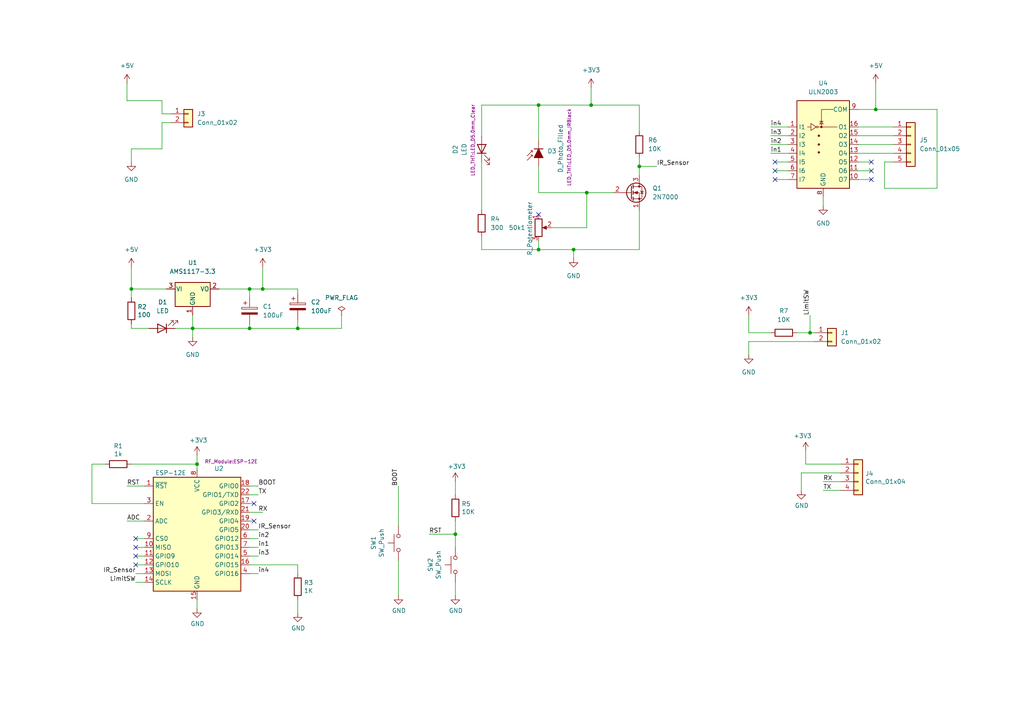
<source format=kicad_sch>
(kicad_sch (version 20210621) (generator eeschema)
  (paper "A4")
  (lib_symbols
    (symbol "Connector_Generic:Conn_01x02" (pin_names (offset 1.016) hide)
      (property "Reference" "J" (at 0 2.54 0))
      (property "Value" "Conn_01x02" (at 0 -5.08 0))
      (symbol "Conn_01x02_1_1"
        (rectangle (start -1.27 -2.413) (end 0 -2.667) (stroke (width 0.1524)))
        (rectangle (start -1.27 0.127) (end 0 -0.127) (stroke (width 0.1524)))
        (rectangle (start -1.27 1.27) (end 1.27 -3.81) (stroke (width 0.254)) (fill (type background)))
        (pin passive line (at -5.08 0 0) (length 3.81) (name "Pin_1") (number "1"))
        (pin passive line (at -5.08 -2.54 0) (length 3.81) (name "Pin_2") (number "2"))
      )
    )
    (symbol "Connector_Generic:Conn_01x04" (pin_names (offset 1.016) hide)
      (property "Reference" "J" (at 0 5.08 0))
      (property "Value" "Conn_01x04" (at 0 -7.62 0))
      (symbol "Conn_01x04_1_1"
        (rectangle (start -1.27 -4.953) (end 0 -5.207) (stroke (width 0.1524)))
        (rectangle (start -1.27 -2.413) (end 0 -2.667) (stroke (width 0.1524)))
        (rectangle (start -1.27 0.127) (end 0 -0.127) (stroke (width 0.1524)))
        (rectangle (start -1.27 2.667) (end 0 2.413) (stroke (width 0.1524)))
        (rectangle (start -1.27 3.81) (end 1.27 -6.35) (stroke (width 0.254)) (fill (type background)))
        (pin passive line (at -5.08 2.54 0) (length 3.81) (name "Pin_1") (number "1"))
        (pin passive line (at -5.08 0 0) (length 3.81) (name "Pin_2") (number "2"))
        (pin passive line (at -5.08 -2.54 0) (length 3.81) (name "Pin_3") (number "3"))
        (pin passive line (at -5.08 -5.08 0) (length 3.81) (name "Pin_4") (number "4"))
      )
    )
    (symbol "Connector_Generic:Conn_01x05" (pin_names (offset 1.016) hide)
      (property "Reference" "J" (at 0 7.62 0))
      (property "Value" "Conn_01x05" (at 0 -7.62 0))
      (symbol "Conn_01x05_1_1"
        (rectangle (start -1.27 -4.953) (end 0 -5.207) (stroke (width 0.1524)))
        (rectangle (start -1.27 -2.413) (end 0 -2.667) (stroke (width 0.1524)))
        (rectangle (start -1.27 0.127) (end 0 -0.127) (stroke (width 0.1524)))
        (rectangle (start -1.27 2.667) (end 0 2.413) (stroke (width 0.1524)))
        (rectangle (start -1.27 5.207) (end 0 4.953) (stroke (width 0.1524)))
        (rectangle (start -1.27 6.35) (end 1.27 -6.35) (stroke (width 0.254)) (fill (type background)))
        (pin passive line (at -5.08 5.08 0) (length 3.81) (name "Pin_1") (number "1"))
        (pin passive line (at -5.08 2.54 0) (length 3.81) (name "Pin_2") (number "2"))
        (pin passive line (at -5.08 0 0) (length 3.81) (name "Pin_3") (number "3"))
        (pin passive line (at -5.08 -2.54 0) (length 3.81) (name "Pin_4") (number "4"))
        (pin passive line (at -5.08 -5.08 0) (length 3.81) (name "Pin_5") (number "5"))
      )
    )
    (symbol "Device:C_Polarized" (pin_numbers hide) (pin_names (offset 0.254))
      (property "Reference" "C" (at 0.635 2.54 0))
      (property "Value" "C_Polarized" (at 0.635 -2.54 0))
      (symbol "C_Polarized_0_1"
        (rectangle (start -2.286 0.508) (end 2.286 1.016))
        (rectangle (start 2.286 -0.508) (end -2.286 -1.016) (fill (type outline)))
        (polyline (pts (xy -1.778 2.286) (xy -0.762 2.286)))
        (polyline (pts (xy -1.27 2.794) (xy -1.27 1.778)))
      )
      (symbol "C_Polarized_1_1"
        (pin passive line (at 0 3.81 270) (length 2.794) (name "~") (number "1"))
        (pin passive line (at 0 -3.81 90) (length 2.794) (name "~") (number "2"))
      )
    )
    (symbol "Device:D_Photo_Filled" (pin_numbers hide) (pin_names hide)
      (property "Reference" "D" (at 0.508 1.778 0))
      (property "Value" "D_Photo_Filled" (at -1.016 -2.794 0))
      (symbol "D_Photo_Filled_0_1"
        (polyline (pts (xy -2.54 1.27) (xy -2.54 -1.27)) (stroke (width 0.254)))
        (polyline (pts (xy -2.032 1.778) (xy -1.524 1.778)))
        (polyline (pts (xy 0 0) (xy -2.54 0)))
        (polyline (pts (xy -0.508 3.302) (xy -2.032 1.778) (xy -2.032 2.286)))
        (polyline (pts (xy 0.762 3.302) (xy -0.762 1.778) (xy -0.762 2.286) (xy -0.762 1.778) (xy -0.254 1.778)))
        (polyline (pts (xy 0 -1.27) (xy 0 1.27) (xy -2.54 0) (xy 0 -1.27)) (stroke (width 0.254)) (fill (type outline)))
      )
      (symbol "D_Photo_Filled_1_1"
        (pin passive line (at -5.08 0 0) (length 2.54) (name "K") (number "1"))
        (pin passive line (at 2.54 0 180) (length 2.54) (name "A") (number "2"))
      )
    )
    (symbol "Device:LED" (pin_numbers hide) (pin_names (offset 1.016) hide)
      (property "Reference" "D" (at 0 2.54 0))
      (property "Value" "LED" (at 0 -2.54 0))
      (symbol "LED_0_1"
        (polyline (pts (xy -1.27 -1.27) (xy -1.27 1.27)) (stroke (width 0.254)))
        (polyline (pts (xy -1.27 0) (xy 1.27 0)))
        (polyline (pts (xy 1.27 -1.27) (xy 1.27 1.27) (xy -1.27 0) (xy 1.27 -1.27)) (stroke (width 0.254)))
        (polyline (pts (xy -3.048 -0.762) (xy -4.572 -2.286) (xy -3.81 -2.286) (xy -4.572 -2.286) (xy -4.572 -1.524)))
        (polyline (pts (xy -1.778 -0.762) (xy -3.302 -2.286) (xy -2.54 -2.286) (xy -3.302 -2.286) (xy -3.302 -1.524)))
      )
      (symbol "LED_1_1"
        (pin passive line (at -3.81 0 0) (length 2.54) (name "K") (number "1"))
        (pin passive line (at 3.81 0 180) (length 2.54) (name "A") (number "2"))
      )
    )
    (symbol "Device:R" (pin_numbers hide) (pin_names (offset 0))
      (property "Reference" "R" (at 2.032 0 90))
      (property "Value" "R" (at 0 0 90))
      (symbol "R_0_1"
        (rectangle (start -1.016 -2.54) (end 1.016 2.54) (stroke (width 0.254)))
      )
      (symbol "R_1_1"
        (pin passive line (at 0 3.81 270) (length 1.27) (name "~") (number "1"))
        (pin passive line (at 0 -3.81 90) (length 1.27) (name "~") (number "2"))
      )
    )
    (symbol "Device:R_Potentiometer" (pin_names (offset 1.016) hide)
      (property "Reference" "RV" (at -4.445 0 90))
      (property "Value" "R_Potentiometer" (at -2.54 0 90))
      (symbol "R_Potentiometer_0_1"
        (rectangle (start 1.016 2.54) (end -1.016 -2.54) (stroke (width 0.254)))
        (polyline (pts (xy 2.54 0) (xy 1.524 0)))
        (polyline (pts (xy 1.143 0) (xy 2.286 0.508) (xy 2.286 -0.508) (xy 1.143 0)) (fill (type outline)))
      )
      (symbol "R_Potentiometer_1_1"
        (pin passive line (at 0 3.81 270) (length 1.27) (name "1") (number "1"))
        (pin passive line (at 3.81 0 180) (length 1.27) (name "2") (number "2"))
        (pin passive line (at 0 -3.81 90) (length 1.27) (name "3") (number "3"))
      )
    )
    (symbol "RF_Module:ESP-12E"
      (property "Reference" "U" (at -12.7 19.05 0))
      (property "Value" "ESP-12E" (at 12.7 19.05 0))
      (symbol "ESP-12E_0_1"
        (rectangle (start -12.7 17.78) (end 12.7 -15.24) (stroke (width 0.254)) (fill (type background)))
      )
      (symbol "ESP-12E_1_1"
        (pin input line (at -15.24 15.24 0) (length 2.54) (name "~{RST}") (number "1"))
        (pin bidirectional line (at -15.24 -2.54 0) (length 2.54) (name "MISO") (number "10"))
        (pin bidirectional line (at -15.24 -5.08 0) (length 2.54) (name "GPIO9") (number "11"))
        (pin bidirectional line (at -15.24 -7.62 0) (length 2.54) (name "GPIO10") (number "12"))
        (pin bidirectional line (at -15.24 -10.16 0) (length 2.54) (name "MOSI") (number "13"))
        (pin bidirectional line (at -15.24 -12.7 0) (length 2.54) (name "SCLK") (number "14"))
        (pin power_in line (at 0 -17.78 90) (length 2.54) (name "GND") (number "15"))
        (pin bidirectional line (at 15.24 -7.62 180) (length 2.54) (name "GPIO15") (number "16"))
        (pin bidirectional line (at 15.24 10.16 180) (length 2.54) (name "GPIO2") (number "17"))
        (pin bidirectional line (at 15.24 15.24 180) (length 2.54) (name "GPIO0") (number "18"))
        (pin bidirectional line (at 15.24 5.08 180) (length 2.54) (name "GPIO4") (number "19"))
        (pin input line (at -15.24 5.08 0) (length 2.54) (name "ADC") (number "2"))
        (pin bidirectional line (at 15.24 2.54 180) (length 2.54) (name "GPIO5") (number "20"))
        (pin bidirectional line (at 15.24 7.62 180) (length 2.54) (name "GPIO3/RXD") (number "21"))
        (pin bidirectional line (at 15.24 12.7 180) (length 2.54) (name "GPIO1/TXD") (number "22"))
        (pin input line (at -15.24 10.16 0) (length 2.54) (name "EN") (number "3"))
        (pin bidirectional line (at 15.24 -10.16 180) (length 2.54) (name "GPIO16") (number "4"))
        (pin bidirectional line (at 15.24 -5.08 180) (length 2.54) (name "GPIO14") (number "5"))
        (pin bidirectional line (at 15.24 0 180) (length 2.54) (name "GPIO12") (number "6"))
        (pin bidirectional line (at 15.24 -2.54 180) (length 2.54) (name "GPIO13") (number "7"))
        (pin power_in line (at 0 20.32 270) (length 2.54) (name "VCC") (number "8"))
        (pin input line (at -15.24 0 0) (length 2.54) (name "CS0") (number "9"))
      )
    )
    (symbol "Regulator_Linear:AMS1117-3.3" (pin_names (offset 0.254))
      (property "Reference" "U" (at -3.81 3.175 0))
      (property "Value" "AMS1117-3.3" (at 0 3.175 0))
      (symbol "AMS1117-3.3_0_1"
        (rectangle (start -5.08 -5.08) (end 5.08 1.905) (stroke (width 0.254)) (fill (type background)))
      )
      (symbol "AMS1117-3.3_1_1"
        (pin power_in line (at 0 -7.62 90) (length 2.54) (name "GND") (number "1"))
        (pin power_out line (at 7.62 0 180) (length 2.54) (name "VO") (number "2"))
        (pin power_in line (at -7.62 0 0) (length 2.54) (name "VI") (number "3"))
      )
    )
    (symbol "Switch:SW_Push" (pin_numbers hide) (pin_names (offset 1.016) hide)
      (property "Reference" "SW" (at 1.27 2.54 0))
      (property "Value" "SW_Push" (at 0 -1.524 0))
      (symbol "SW_Push_0_1"
        (circle (center -2.032 0) (radius 0.508))
        (circle (center 2.032 0) (radius 0.508))
        (polyline (pts (xy 0 1.27) (xy 0 3.048)))
        (polyline (pts (xy 2.54 1.27) (xy -2.54 1.27)))
        (pin passive line (at -5.08 0 0) (length 2.54) (name "1") (number "1"))
        (pin passive line (at 5.08 0 180) (length 2.54) (name "2") (number "2"))
      )
    )
    (symbol "Transistor_Array:ULN2003"
      (property "Reference" "U" (at 0 15.875 0))
      (property "Value" "ULN2003" (at 0 13.97 0))
      (symbol "ULN2003_0_1"
        (circle (center -1.778 5.08) (radius 0.254))
        (circle (center -1.27 -2.286) (radius 0.254) (fill (type outline)))
        (circle (center -1.27 0) (radius 0.254) (fill (type outline)))
        (circle (center -1.27 2.54) (radius 0.254) (fill (type outline)))
        (circle (center -0.508 5.08) (radius 0.254) (fill (type outline)))
        (rectangle (start -7.62 -12.7) (end 7.62 12.7) (stroke (width 0.254)) (fill (type background)))
        (polyline (pts (xy -4.572 5.08) (xy -3.556 5.08)))
        (polyline (pts (xy -1.524 5.08) (xy 4.064 5.08)))
        (polyline (pts (xy 0 6.731) (xy -1.016 6.731)))
        (polyline (pts (xy -0.508 5.08) (xy -0.508 10.16) (xy 2.921 10.16)))
        (polyline (pts (xy -3.556 6.096) (xy -3.556 4.064) (xy -2.032 5.08) (xy -3.556 6.096)))
        (polyline (pts (xy 0 5.969) (xy -1.016 5.969) (xy -0.508 6.731) (xy 0 5.969)))
      )
      (symbol "ULN2003_1_1"
        (pin input line (at -10.16 5.08 0) (length 2.54) (name "I1") (number "1"))
        (pin open_collector line (at 10.16 -10.16 180) (length 2.54) (name "O7") (number "10"))
        (pin open_collector line (at 10.16 -7.62 180) (length 2.54) (name "O6") (number "11"))
        (pin open_collector line (at 10.16 -5.08 180) (length 2.54) (name "O5") (number "12"))
        (pin open_collector line (at 10.16 -2.54 180) (length 2.54) (name "O4") (number "13"))
        (pin open_collector line (at 10.16 0 180) (length 2.54) (name "O3") (number "14"))
        (pin open_collector line (at 10.16 2.54 180) (length 2.54) (name "O2") (number "15"))
        (pin open_collector line (at 10.16 5.08 180) (length 2.54) (name "O1") (number "16"))
        (pin input line (at -10.16 2.54 0) (length 2.54) (name "I2") (number "2"))
        (pin input line (at -10.16 0 0) (length 2.54) (name "I3") (number "3"))
        (pin input line (at -10.16 -2.54 0) (length 2.54) (name "I4") (number "4"))
        (pin input line (at -10.16 -5.08 0) (length 2.54) (name "I5") (number "5"))
        (pin input line (at -10.16 -7.62 0) (length 2.54) (name "I6") (number "6"))
        (pin input line (at -10.16 -10.16 0) (length 2.54) (name "I7") (number "7"))
        (pin power_in line (at 0 -15.24 90) (length 2.54) (name "GND") (number "8"))
        (pin passive line (at 10.16 10.16 180) (length 2.54) (name "COM") (number "9"))
      )
    )
    (symbol "Transistor_FET:2N7000" (pin_names hide)
      (property "Reference" "Q" (at 5.08 1.905 0))
      (property "Value" "2N7000" (at 5.08 0 0))
      (symbol "2N7000_0_1"
        (circle (center 1.651 0) (radius 2.794) (stroke (width 0.254)))
        (circle (center 2.54 -1.778) (radius 0.254) (fill (type outline)))
        (circle (center 2.54 1.778) (radius 0.254) (fill (type outline)))
        (polyline (pts (xy 0.254 0) (xy -2.54 0)))
        (polyline (pts (xy 0.254 1.905) (xy 0.254 -1.905)) (stroke (width 0.254)))
        (polyline (pts (xy 0.762 -1.27) (xy 0.762 -2.286)) (stroke (width 0.254)))
        (polyline (pts (xy 0.762 0.508) (xy 0.762 -0.508)) (stroke (width 0.254)))
        (polyline (pts (xy 0.762 2.286) (xy 0.762 1.27)) (stroke (width 0.254)))
        (polyline (pts (xy 2.54 2.54) (xy 2.54 1.778)))
        (polyline (pts (xy 2.54 -2.54) (xy 2.54 0) (xy 0.762 0)))
        (polyline (pts (xy 0.762 -1.778) (xy 3.302 -1.778) (xy 3.302 1.778) (xy 0.762 1.778)))
        (polyline (pts (xy 2.794 0.508) (xy 2.921 0.381) (xy 3.683 0.381) (xy 3.81 0.254)))
        (polyline (pts (xy 3.302 0.381) (xy 2.921 -0.254) (xy 3.683 -0.254) (xy 3.302 0.381)))
        (polyline (pts (xy 1.016 0) (xy 2.032 0.381) (xy 2.032 -0.381) (xy 1.016 0)) (fill (type outline)))
      )
      (symbol "2N7000_1_1"
        (pin passive line (at 2.54 -5.08 90) (length 2.54) (name "S") (number "1"))
        (pin input line (at -5.08 0 0) (length 2.54) (name "G") (number "2"))
        (pin passive line (at 2.54 5.08 270) (length 2.54) (name "D") (number "3"))
      )
    )
    (symbol "power:+3.3V" (power) (pin_names (offset 0))
      (property "Value" "+3.3V" (at 0 3.556 0))
      (symbol "+3.3V_0_1"
        (polyline (pts (xy -0.762 1.27) (xy 0 2.54)))
        (polyline (pts (xy 0 0) (xy 0 2.54)))
        (polyline (pts (xy 0 2.54) (xy 0.762 1.27)))
      )
      (symbol "+3.3V_1_1"
        (pin power_in line (at 0 0 90) (length 0) hide (name "+3V3") (number "1"))
      )
    )
    (symbol "power:+5V" (power) (pin_names (offset 0))
      (property "Value" "+5V" (at 0 3.556 0))
      (symbol "+5V_0_1"
        (polyline (pts (xy -0.762 1.27) (xy 0 2.54)))
        (polyline (pts (xy 0 0) (xy 0 2.54)))
        (polyline (pts (xy 0 2.54) (xy 0.762 1.27)))
      )
      (symbol "+5V_1_1"
        (pin power_in line (at 0 0 90) (length 0) hide (name "+5V") (number "1"))
      )
    )
    (symbol "power:GND" (power) (pin_names (offset 0))
      (property "Value" "GND" (at 0 -3.81 0))
      (symbol "GND_0_1"
        (polyline (pts (xy 0 0) (xy 0 -1.27) (xy 1.27 -1.27) (xy 0 -2.54) (xy -1.27 -1.27) (xy 0 -1.27)))
      )
      (symbol "GND_1_1"
        (pin power_in line (at 0 0 270) (length 0) hide (name "GND") (number "1"))
      )
    )
    (symbol "power:PWR_FLAG" (power) (pin_numbers hide) (pin_names (offset 0) hide)
      (property "Value" "PWR_FLAG" (at 0 3.81 0))
      (symbol "PWR_FLAG_0_0"
        (pin power_out line (at 0 0 90) (length 0) (name "pwr") (number "1"))
      )
      (symbol "PWR_FLAG_0_1"
        (polyline (pts (xy 0 0) (xy 0 1.27) (xy -1.016 1.905) (xy 0 2.54) (xy 1.016 1.905) (xy 0 1.27)))
      )
    )
  )
  (junction (at 38.1 83.82))
  (junction (at 55.88 95.25))
  (junction (at 57.15 134.62))
  (junction (at 72.39 83.82))
  (junction (at 72.39 95.25))
  (junction (at 76.2 83.82))
  (junction (at 86.36 95.25))
  (junction (at 132.08 154.94))
  (junction (at 156.21 30.48))
  (junction (at 156.21 72.39))
  (junction (at 166.37 72.39))
  (junction (at 170.18 55.88))
  (junction (at 171.45 30.48))
  (junction (at 185.42 48.26))
  (junction (at 234.95 96.52))
  (junction (at 254 31.75))
  (no_connect (at 39.37 156.21))
  (no_connect (at 39.37 158.75))
  (no_connect (at 39.37 161.29))
  (no_connect (at 39.37 163.83))
  (no_connect (at 73.66 146.05))
  (no_connect (at 73.66 151.13))
  (no_connect (at 156.21 62.23))
  (no_connect (at 224.79 46.99))
  (no_connect (at 224.79 49.53))
  (no_connect (at 224.79 52.07))
  (no_connect (at 252.73 46.99))
  (no_connect (at 252.73 49.53))
  (no_connect (at 252.73 52.07))
  (wire (pts (xy 26.67 134.62) (xy 26.67 146.05)))
  (wire (pts (xy 26.67 146.05) (xy 41.91 146.05)))
  (wire (pts (xy 30.48 134.62) (xy 26.67 134.62)))
  (wire (pts (xy 36.83 24.13) (xy 36.83 29.21)))
  (wire (pts (xy 36.83 140.97) (xy 41.91 140.97)))
  (wire (pts (xy 36.83 151.13) (xy 41.91 151.13)))
  (wire (pts (xy 38.1 43.18) (xy 38.1 46.99)))
  (wire (pts (xy 38.1 43.18) (xy 46.99 43.18)))
  (wire (pts (xy 38.1 77.47) (xy 38.1 83.82)))
  (wire (pts (xy 38.1 83.82) (xy 38.1 86.36)))
  (wire (pts (xy 38.1 83.82) (xy 48.26 83.82)))
  (wire (pts (xy 38.1 93.98) (xy 38.1 95.25)))
  (wire (pts (xy 38.1 95.25) (xy 43.18 95.25)))
  (wire (pts (xy 38.1 134.62) (xy 57.15 134.62)))
  (wire (pts (xy 39.37 156.21) (xy 41.91 156.21)))
  (wire (pts (xy 39.37 158.75) (xy 41.91 158.75)))
  (wire (pts (xy 39.37 161.29) (xy 41.91 161.29)))
  (wire (pts (xy 39.37 163.83) (xy 41.91 163.83)))
  (wire (pts (xy 39.37 166.37) (xy 41.91 166.37)))
  (wire (pts (xy 39.37 168.91) (xy 41.91 168.91)))
  (wire (pts (xy 46.99 29.21) (xy 36.83 29.21)))
  (wire (pts (xy 46.99 33.02) (xy 46.99 29.21)))
  (wire (pts (xy 46.99 35.56) (xy 49.53 35.56)))
  (wire (pts (xy 46.99 43.18) (xy 46.99 35.56)))
  (wire (pts (xy 49.53 33.02) (xy 46.99 33.02)))
  (wire (pts (xy 50.8 95.25) (xy 55.88 95.25)))
  (wire (pts (xy 55.88 91.44) (xy 55.88 95.25)))
  (wire (pts (xy 55.88 95.25) (xy 55.88 97.79)))
  (wire (pts (xy 55.88 95.25) (xy 72.39 95.25)))
  (wire (pts (xy 57.15 132.08) (xy 57.15 134.62)))
  (wire (pts (xy 57.15 134.62) (xy 57.15 135.89)))
  (wire (pts (xy 57.15 173.99) (xy 57.15 176.53)))
  (wire (pts (xy 63.5 83.82) (xy 72.39 83.82)))
  (wire (pts (xy 72.39 83.82) (xy 72.39 86.36)))
  (wire (pts (xy 72.39 83.82) (xy 76.2 83.82)))
  (wire (pts (xy 72.39 95.25) (xy 72.39 93.98)))
  (wire (pts (xy 72.39 95.25) (xy 86.36 95.25)))
  (wire (pts (xy 72.39 148.59) (xy 76.2 148.59)))
  (wire (pts (xy 72.39 151.13) (xy 73.66 151.13)))
  (wire (pts (xy 73.66 146.05) (xy 72.39 146.05)))
  (wire (pts (xy 74.93 140.97) (xy 72.39 140.97)))
  (wire (pts (xy 74.93 143.51) (xy 72.39 143.51)))
  (wire (pts (xy 74.93 153.67) (xy 72.39 153.67)))
  (wire (pts (xy 74.93 156.21) (xy 72.39 156.21)))
  (wire (pts (xy 74.93 158.75) (xy 72.39 158.75)))
  (wire (pts (xy 74.93 161.29) (xy 72.39 161.29)))
  (wire (pts (xy 74.93 166.37) (xy 72.39 166.37)))
  (wire (pts (xy 76.2 83.82) (xy 76.2 77.47)))
  (wire (pts (xy 76.2 83.82) (xy 86.36 83.82)))
  (wire (pts (xy 86.36 85.09) (xy 86.36 83.82)))
  (wire (pts (xy 86.36 92.71) (xy 86.36 95.25)))
  (wire (pts (xy 86.36 95.25) (xy 99.06 95.25)))
  (wire (pts (xy 86.36 163.83) (xy 72.39 163.83)))
  (wire (pts (xy 86.36 166.37) (xy 86.36 163.83)))
  (wire (pts (xy 86.36 173.99) (xy 86.36 177.8)))
  (wire (pts (xy 99.06 91.44) (xy 99.06 95.25)))
  (wire (pts (xy 115.57 140.97) (xy 115.57 152.4)))
  (wire (pts (xy 115.57 172.72) (xy 115.57 162.56)))
  (wire (pts (xy 132.08 139.7) (xy 132.08 143.51)))
  (wire (pts (xy 132.08 151.13) (xy 132.08 154.94)))
  (wire (pts (xy 132.08 154.94) (xy 124.46 154.94)))
  (wire (pts (xy 132.08 154.94) (xy 132.08 158.75)))
  (wire (pts (xy 132.08 168.91) (xy 132.08 172.72)))
  (wire (pts (xy 139.7 30.48) (xy 156.21 30.48)))
  (wire (pts (xy 139.7 39.37) (xy 139.7 30.48)))
  (wire (pts (xy 139.7 46.99) (xy 139.7 60.96)))
  (wire (pts (xy 139.7 68.58) (xy 139.7 72.39)))
  (wire (pts (xy 139.7 72.39) (xy 156.21 72.39)))
  (wire (pts (xy 156.21 30.48) (xy 171.45 30.48)))
  (wire (pts (xy 156.21 40.64) (xy 156.21 30.48)))
  (wire (pts (xy 156.21 48.26) (xy 156.21 55.88)))
  (wire (pts (xy 156.21 55.88) (xy 170.18 55.88)))
  (wire (pts (xy 156.21 69.85) (xy 156.21 72.39)))
  (wire (pts (xy 156.21 72.39) (xy 166.37 72.39)))
  (wire (pts (xy 160.02 66.04) (xy 170.18 66.04)))
  (wire (pts (xy 166.37 72.39) (xy 166.37 74.93)))
  (wire (pts (xy 166.37 72.39) (xy 185.42 72.39)))
  (wire (pts (xy 170.18 55.88) (xy 177.8 55.88)))
  (wire (pts (xy 170.18 66.04) (xy 170.18 55.88)))
  (wire (pts (xy 171.45 25.4) (xy 171.45 30.48)))
  (wire (pts (xy 171.45 30.48) (xy 185.42 30.48)))
  (wire (pts (xy 185.42 30.48) (xy 185.42 38.1)))
  (wire (pts (xy 185.42 45.72) (xy 185.42 48.26)))
  (wire (pts (xy 185.42 48.26) (xy 185.42 50.8)))
  (wire (pts (xy 185.42 48.26) (xy 190.5 48.26)))
  (wire (pts (xy 185.42 72.39) (xy 185.42 60.96)))
  (wire (pts (xy 217.17 91.44) (xy 217.17 96.52)))
  (wire (pts (xy 217.17 96.52) (xy 223.52 96.52)))
  (wire (pts (xy 217.17 99.06) (xy 217.17 102.87)))
  (wire (pts (xy 223.52 36.83) (xy 228.6 36.83)))
  (wire (pts (xy 223.52 39.37) (xy 228.6 39.37)))
  (wire (pts (xy 223.52 41.91) (xy 228.6 41.91)))
  (wire (pts (xy 223.52 44.45) (xy 228.6 44.45)))
  (wire (pts (xy 224.79 46.99) (xy 228.6 46.99)))
  (wire (pts (xy 224.79 49.53) (xy 228.6 49.53)))
  (wire (pts (xy 224.79 52.07) (xy 228.6 52.07)))
  (wire (pts (xy 231.14 96.52) (xy 234.95 96.52)))
  (wire (pts (xy 232.41 137.16) (xy 232.41 142.24)))
  (wire (pts (xy 232.41 137.16) (xy 243.84 137.16)))
  (wire (pts (xy 233.68 130.81) (xy 233.68 134.62)))
  (wire (pts (xy 234.95 91.44) (xy 234.95 96.52)))
  (wire (pts (xy 234.95 96.52) (xy 236.22 96.52)))
  (wire (pts (xy 236.22 99.06) (xy 217.17 99.06)))
  (wire (pts (xy 238.76 57.15) (xy 238.76 59.69)))
  (wire (pts (xy 238.76 139.7) (xy 243.84 139.7)))
  (wire (pts (xy 238.76 142.24) (xy 243.84 142.24)))
  (wire (pts (xy 243.84 134.62) (xy 233.68 134.62)))
  (wire (pts (xy 252.73 46.99) (xy 248.92 46.99)))
  (wire (pts (xy 252.73 49.53) (xy 248.92 49.53)))
  (wire (pts (xy 252.73 52.07) (xy 248.92 52.07)))
  (wire (pts (xy 254 24.13) (xy 254 31.75)))
  (wire (pts (xy 254 31.75) (xy 248.92 31.75)))
  (wire (pts (xy 254 31.75) (xy 271.78 31.75)))
  (wire (pts (xy 256.54 46.99) (xy 259.08 46.99)))
  (wire (pts (xy 256.54 54.61) (xy 256.54 46.99)))
  (wire (pts (xy 259.08 36.83) (xy 248.92 36.83)))
  (wire (pts (xy 259.08 39.37) (xy 248.92 39.37)))
  (wire (pts (xy 259.08 41.91) (xy 248.92 41.91)))
  (wire (pts (xy 259.08 44.45) (xy 248.92 44.45)))
  (wire (pts (xy 271.78 31.75) (xy 271.78 54.61)))
  (wire (pts (xy 271.78 54.61) (xy 256.54 54.61)))
  (label "RST" (at 36.83 140.97 0))
  (label "ADC" (at 36.83 151.13 0))
  (label "IR_Sensor" (at 39.37 166.37 180))
  (label "LimitSW" (at 39.37 168.91 180))
  (label "BOOT" (at 74.93 140.97 0))
  (label "TX" (at 74.93 143.51 0))
  (label "RX" (at 74.93 148.59 0))
  (label "IR_Sensor" (at 74.93 153.67 0))
  (label "in2" (at 74.93 156.21 0))
  (label "in1" (at 74.93 158.75 0))
  (label "in3" (at 74.93 161.29 0))
  (label "in4" (at 74.93 166.37 0))
  (label "BOOT" (at 115.57 140.97 90))
  (label "RST" (at 124.46 154.94 0))
  (label "IR_Sensor" (at 190.5 48.26 0))
  (label "in4" (at 223.52 36.83 0))
  (label "in3" (at 223.52 39.37 0))
  (label "in2" (at 223.52 41.91 0))
  (label "in1" (at 223.52 44.45 0))
  (label "LimitSW" (at 234.95 91.44 90))
  (label "RX" (at 238.76 139.7 0))
  (label "TX" (at 238.76 142.24 0))
  (symbol (lib_id "power:+5V") (at 36.83 24.13 0) (unit 1)
    (property "Reference" "#PWR0110" (effects hide))
    (property "Value" "+5V" (at 36.83 19.05 0))
  )
  (symbol (lib_id "power:+5V") (at 38.1 77.47 0) (unit 1)
    (property "Reference" "#PWR0113" (effects hide))
    (property "Value" "+5V" (at 38.1 72.39 0))
  )
  (symbol (lib_id "power:+3.3V") (at 57.15 132.08 0) (unit 1)
    (property "Reference" "#PWR0107" (effects hide))
    (property "Value" "+3.3V" (at 57.531 127.6858 0))
  )
  (symbol (lib_id "power:+3.3V") (at 76.2 77.47 0) (unit 1)
    (property "Reference" "#PWR0112" (effects hide))
    (property "Value" "+3.3V" (at 76.2 72.39 0))
  )
  (symbol (lib_id "power:+3.3V") (at 132.08 139.7 0) (unit 1)
    (property "Reference" "#PWR0103" (effects hide))
    (property "Value" "+3.3V" (at 132.461 135.3058 0))
  )
  (symbol (lib_id "power:+3.3V") (at 171.45 25.4 0) (unit 1)
    (property "Reference" "#PWR02" (effects hide))
    (property "Value" "+3.3V" (at 171.45 20.32 0))
  )
  (symbol (lib_id "power:+3.3V") (at 217.17 91.44 0) (unit 1)
    (property "Reference" "#PWR04" (effects hide))
    (property "Value" "+3.3V" (at 217.17 86.36 0))
  )
  (symbol (lib_id "power:+3.3V") (at 233.68 130.81 0) (unit 1)
    (property "Reference" "#PWR0108" (effects hide))
    (property "Value" "+3.3V" (at 232.791 126.4158 0))
  )
  (symbol (lib_id "power:+5V") (at 254 24.13 0) (unit 1)
    (property "Reference" "#PWR0106" (effects hide))
    (property "Value" "+5V" (at 254 19.05 0))
  )
  (symbol (lib_id "power:PWR_FLAG") (at 99.06 91.44 0) (unit 1)
    (property "Reference" "#FLG0103" (effects hide))
    (property "Value" "PWR_FLAG" (at 99.06 86.36 0))
  )
  (symbol (lib_id "power:GND") (at 38.1 46.99 0) (unit 1)
    (property "Reference" "#PWR0111" (effects hide))
    (property "Value" "GND" (at 38.1 52.07 0))
  )
  (symbol (lib_id "power:GND") (at 55.88 97.79 0) (unit 1)
    (property "Reference" "#PWR0114" (effects hide))
    (property "Value" "GND" (at 55.88 102.87 0))
  )
  (symbol (lib_id "power:GND") (at 57.15 176.53 0) (unit 1)
    (property "Reference" "#PWR0102" (effects hide))
    (property "Value" "GND" (at 57.277 180.9242 0))
  )
  (symbol (lib_id "power:GND") (at 86.36 177.8 0) (unit 1)
    (property "Reference" "#PWR0101" (effects hide))
    (property "Value" "GND" (at 86.487 182.1942 0))
  )
  (symbol (lib_id "power:GND") (at 115.57 172.72 0) (unit 1)
    (property "Reference" "#PWR0105" (effects hide))
    (property "Value" "GND" (at 115.697 177.1142 0))
  )
  (symbol (lib_id "power:GND") (at 132.08 172.72 0) (unit 1)
    (property "Reference" "#PWR0104" (effects hide))
    (property "Value" "GND" (at 132.207 177.1142 0))
  )
  (symbol (lib_id "power:GND") (at 166.37 74.93 0) (unit 1)
    (property "Reference" "#PWR01" (effects hide))
    (property "Value" "GND" (at 166.37 80.01 0))
  )
  (symbol (lib_id "power:GND") (at 217.17 102.87 0) (unit 1)
    (property "Reference" "#PWR05" (effects hide))
    (property "Value" "GND" (at 217.17 107.95 0))
  )
  (symbol (lib_id "power:GND") (at 232.41 142.24 0) (unit 1)
    (property "Reference" "#PWR0109" (effects hide))
    (property "Value" "GND" (at 232.537 146.6342 0))
  )
  (symbol (lib_id "power:GND") (at 238.76 59.69 0) (unit 1)
    (property "Reference" "#PWR03" (effects hide))
    (property "Value" "GND" (at 238.76 64.77 0))
  )
  (symbol (lib_id "Device:R") (at 34.29 134.62 270) (unit 1)
    (property "Reference" "R1" (at 34.29 129.3622 90))
    (property "Value" "1k" (at 34.29 131.6736 90))
    (property "Footprint" "Resistor_SMD:R_1206_3216Metric_Pad1.30x1.75mm_HandSolder" (effects hide))
  )
  (symbol (lib_id "Device:R") (at 38.1 90.17 0) (unit 1)
    (property "Reference" "R2" (at 39.878 89.0016 0) (effects (justify left)))
    (property "Value" "100" (at 39.878 91.313 0) (effects (justify left)))
    (property "Footprint" "Resistor_SMD:R_1206_3216Metric_Pad1.30x1.75mm_HandSolder" (effects hide))
  )
  (symbol (lib_id "Device:R") (at 86.36 170.18 180) (unit 1)
    (property "Reference" "R3" (at 88.138 169.0116 0) (effects (justify right)))
    (property "Value" "1K" (at 88.138 171.323 0) (effects (justify right)))
    (property "Footprint" "Resistor_SMD:R_1206_3216Metric_Pad1.30x1.75mm_HandSolder" (effects hide))
  )
  (symbol (lib_id "Device:R") (at 132.08 147.32 0) (unit 1)
    (property "Reference" "R5" (at 133.858 146.1516 0) (effects (justify left)))
    (property "Value" "10K" (at 133.858 148.463 0) (effects (justify left)))
    (property "Footprint" "Resistor_SMD:R_1206_3216Metric_Pad1.30x1.75mm_HandSolder" (effects hide))
  )
  (symbol (lib_id "Device:R") (at 139.7 64.77 0) (unit 1)
    (property "Reference" "R4" (at 142.24 63.4999 0) (effects (justify left)))
    (property "Value" "300" (at 142.24 66.0399 0) (effects (justify left)))
    (property "Footprint" "Resistor_THT:R_Axial_DIN0207_L6.3mm_D2.5mm_P10.16mm_Horizontal" (effects hide))
  )
  (symbol (lib_id "Device:R") (at 185.42 41.91 0) (unit 1)
    (property "Reference" "R6" (at 187.96 40.6399 0) (effects (justify left)))
    (property "Value" "10K" (at 187.96 43.1799 0) (effects (justify left)))
    (property "Footprint" "Resistor_THT:R_Axial_DIN0207_L6.3mm_D2.5mm_P10.16mm_Horizontal" (effects hide))
  )
  (symbol (lib_id "Device:R") (at 227.33 96.52 90) (unit 1)
    (property "Reference" "R7" (at 227.33 90.17 90))
    (property "Value" "10K" (at 227.33 92.71 90))
    (property "Footprint" "Resistor_THT:R_Axial_DIN0207_L6.3mm_D2.5mm_P10.16mm_Horizontal" (effects hide))
  )
  (symbol (lib_id "Device:LED") (at 46.99 95.25 180) (unit 1)
    (property "Reference" "D1" (at 47.1805 87.63 0))
    (property "Value" "LED" (at 47.1805 90.17 0))
    (property "Footprint" "LED_SMD:LED_1206_3216Metric_Pad1.42x1.75mm_HandSolder" (effects hide))
  )
  (symbol (lib_id "Device:LED") (at 139.7 43.18 90) (unit 1)
    (property "Reference" "D2" (at 132.08 43.3705 0))
    (property "Value" "LED" (at 134.62 43.3705 0))
    (property "Footprint" "LED_THT:LED_D5.0mm_Clear" (at 137.16 40.64 0) (effects (font (size 1 1))))
  )
  (symbol (lib_id "Connector_Generic:Conn_01x02") (at 54.61 33.02 0) (unit 1)
    (property "Reference" "J3" (at 57.15 33.0199 0) (effects (justify left)))
    (property "Value" "Conn_01x02" (at 57.15 35.5599 0) (effects (justify left)))
    (property "Footprint" "Connector_JST:JST_PH_B2B-PH-K_1x02_P2.00mm_Vertical" (effects hide))
  )
  (symbol (lib_id "Connector_Generic:Conn_01x02") (at 241.3 96.52 0) (unit 1)
    (property "Reference" "J1" (at 243.84 96.5199 0) (effects (justify left)))
    (property "Value" "Conn_01x02" (at 243.84 99.0599 0) (effects (justify left)))
    (property "Footprint" "Connector_JST:JST_PH_B2B-PH-K_1x02_P2.00mm_Vertical" (effects hide))
  )
  (symbol (lib_id "Device:C_Polarized") (at 72.39 90.17 0) (unit 1)
    (property "Reference" "C1" (at 76.2 88.8999 0) (effects (justify left)))
    (property "Value" "100uF" (at 76.2 91.4399 0) (effects (justify left)))
    (property "Footprint" "Capacitor_THT:CP_Radial_D5.0mm_P2.50mm" (effects hide))
  )
  (symbol (lib_id "Device:C_Polarized") (at 86.36 88.9 0) (unit 1)
    (property "Reference" "C2" (at 90.17 87.6299 0) (effects (justify left)))
    (property "Value" "100uF" (at 90.17 90.1699 0) (effects (justify left)))
    (property "Footprint" "Capacitor_THT:CP_Radial_D5.0mm_P2.50mm" (effects hide))
  )
  (symbol (lib_id "Switch:SW_Push") (at 115.57 157.48 90) (unit 1)
    (property "Reference" "SW1" (at 108.331 157.48 0))
    (property "Value" "SW_Push" (at 110.6424 157.48 0))
    (property "Footprint" "Button_Switch_SMD:SW_SPST_CK_RS282G05A3" (effects hide))
  )
  (symbol (lib_id "Switch:SW_Push") (at 132.08 163.83 90) (unit 1)
    (property "Reference" "SW2" (at 124.841 163.83 0))
    (property "Value" "SW_Push" (at 127.1524 163.83 0))
    (property "Footprint" "Button_Switch_SMD:SW_SPST_CK_RS282G05A3" (effects hide))
  )
  (symbol (lib_id "Device:D_Photo_Filled") (at 156.21 45.72 90) (mirror x) (unit 1)
    (property "Reference" "D3" (at 158.75 43.8149 90) (effects (justify right)))
    (property "Value" "D_Photo_Filled" (at 162.56 50.1649 0) (effects (justify right)))
    (property "Footprint" "LED_THT:LED_D5.0mm_IRBlack" (at 165.1 53.975 0) (effects (font (size 1 1)) (justify right)))
  )
  (symbol (lib_id "Device:R_Potentiometer") (at 156.21 66.04 0) (unit 1)
    (property "Reference" "50k1" (at 152.4 66.0399 0) (effects (justify right)))
    (property "Value" "R_Potentiometer" (at 153.67 58.4199 90) (effects (justify right)))
    (property "Footprint" "Potentiometer_THT:Potentiometer_Runtron_RM-065_Vertical" (effects hide))
  )
  (symbol (lib_id "Connector_Generic:Conn_01x04") (at 248.92 137.16 0) (unit 1)
    (property "Reference" "J4" (at 250.952 137.3632 0) (effects (justify left)))
    (property "Value" "Conn_01x04" (at 250.952 139.6746 0) (effects (justify left)))
    (property "Footprint" "Connector_PinHeader_2.54mm:PinHeader_1x04_P2.54mm_Horizontal" (effects hide))
  )
  (symbol (lib_id "Connector_Generic:Conn_01x05") (at 264.16 41.91 0) (unit 1)
    (property "Reference" "J5" (at 266.7 40.6399 0) (effects (justify left)))
    (property "Value" "Conn_01x05" (at 266.7 43.1799 0) (effects (justify left)))
    (property "Footprint" "Connector_PinHeader_2.54mm:PinHeader_1x05_P2.54mm_Vertical" (effects hide))
  )
  (symbol (lib_id "Transistor_FET:2N7000") (at 182.88 55.88 0) (unit 1)
    (property "Reference" "Q1" (at 189.23 54.6099 0) (effects (justify left)))
    (property "Value" "2N7000" (at 189.23 57.1499 0) (effects (justify left)))
    (property "Footprint" "Package_TO_SOT_THT:TO-92L_Inline_Wide" (effects hide))
    (property "Datasheet" "https://www.onsemi.com/pub/Collateral/NDS7002A-D.PDF" (effects hide))
  )
  (symbol (lib_id "Regulator_Linear:AMS1117-3.3") (at 55.88 83.82 0) (unit 1)
    (property "Reference" "U1" (at 55.88 76.2 0))
    (property "Value" "AMS1117-3.3" (at 55.88 78.74 0))
    (property "Footprint" "Package_TO_SOT_SMD:SOT-223-3_TabPin2" (effects hide))
    (property "Datasheet" "http://www.advanced-monolithic.com/pdf/ds1117.pdf" (effects hide))
  )
  (symbol (lib_id "Transistor_Array:ULN2003") (at 238.76 41.91 0) (unit 1)
    (property "Reference" "U4" (at 238.76 24.13 0))
    (property "Value" "ULN2003" (at 238.76 26.67 0))
    (property "Footprint" "Package_DIP:DIP-16_W7.62mm_LongPads" (effects hide))
    (property "Datasheet" "http://www.ti.com/lit/ds/symlink/uln2003a.pdf" (effects hide))
  )
  (symbol (lib_id "RF_Module:ESP-12E") (at 57.15 156.21 0) (unit 1)
    (property "Reference" "U2" (at 63.5 135.89 0))
    (property "Value" "ESP-12E" (at 49.53 137.16 0))
    (property "Footprint" "RF_Module:ESP-12E" (at 67.056 133.858 0) (effects (font (size 1 1))))
    (property "Datasheet" "http://wiki.ai-thinker.com/_media/esp8266/esp8266_series_modules_user_manual_v1.1.pdf" (effects hide))
  )
)
</source>
